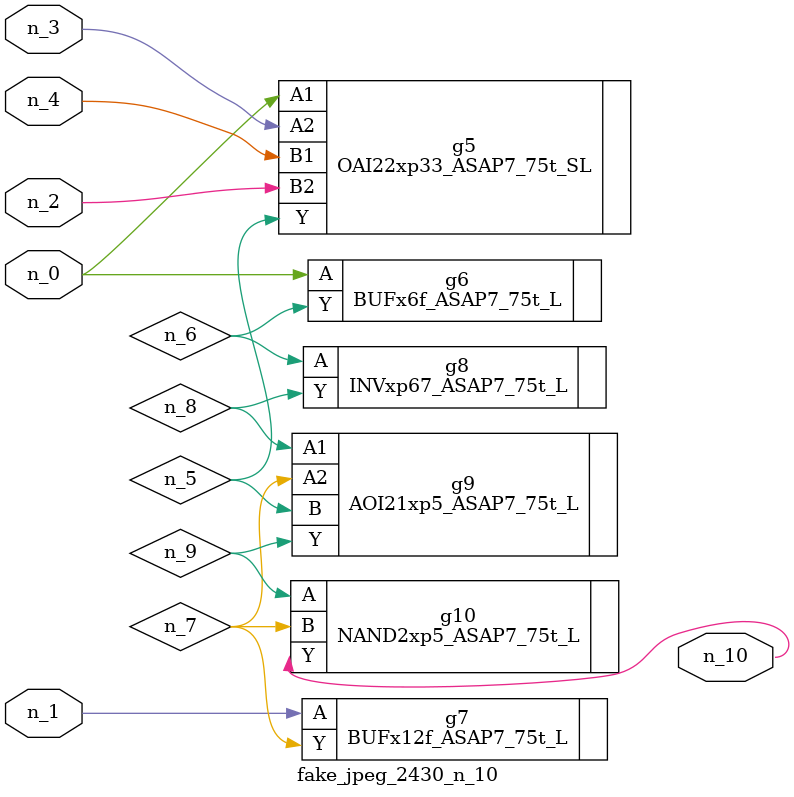
<source format=v>
module fake_jpeg_2430_n_10 (n_3, n_2, n_1, n_0, n_4, n_10);

input n_3;
input n_2;
input n_1;
input n_0;
input n_4;

output n_10;

wire n_8;
wire n_9;
wire n_6;
wire n_5;
wire n_7;

OAI22xp33_ASAP7_75t_SL g5 ( 
.A1(n_0),
.A2(n_3),
.B1(n_4),
.B2(n_2),
.Y(n_5)
);

BUFx6f_ASAP7_75t_L g6 ( 
.A(n_0),
.Y(n_6)
);

BUFx12f_ASAP7_75t_L g7 ( 
.A(n_1),
.Y(n_7)
);

INVxp67_ASAP7_75t_L g8 ( 
.A(n_6),
.Y(n_8)
);

AOI21xp5_ASAP7_75t_L g9 ( 
.A1(n_8),
.A2(n_7),
.B(n_5),
.Y(n_9)
);

NAND2xp5_ASAP7_75t_L g10 ( 
.A(n_9),
.B(n_7),
.Y(n_10)
);


endmodule
</source>
